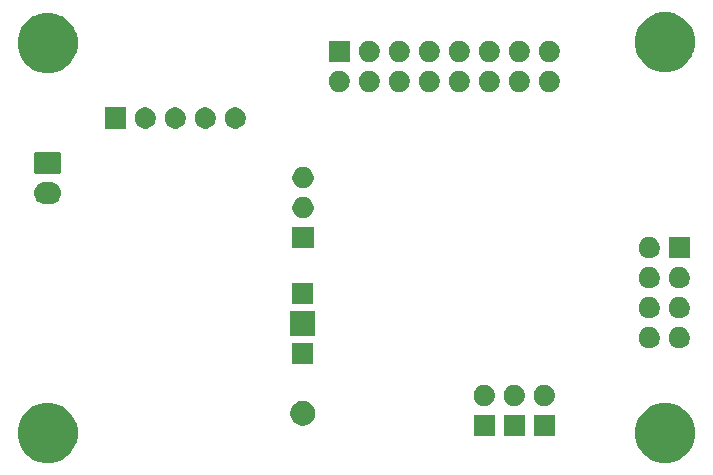
<source format=gbr>
G04 #@! TF.GenerationSoftware,KiCad,Pcbnew,5.1.6-c6e7f7d~86~ubuntu18.04.1*
G04 #@! TF.CreationDate,2020-06-27T17:17:55+01:00*
G04 #@! TF.ProjectId,Controller,436f6e74-726f-46c6-9c65-722e6b696361,rev?*
G04 #@! TF.SameCoordinates,Original*
G04 #@! TF.FileFunction,Soldermask,Bot*
G04 #@! TF.FilePolarity,Negative*
%FSLAX46Y46*%
G04 Gerber Fmt 4.6, Leading zero omitted, Abs format (unit mm)*
G04 Created by KiCad (PCBNEW 5.1.6-c6e7f7d~86~ubuntu18.04.1) date 2020-06-27 17:17:55*
%MOMM*%
%LPD*%
G01*
G04 APERTURE LIST*
%ADD10C,0.100000*%
G04 APERTURE END LIST*
D10*
G36*
X106154098Y-123277033D02*
G01*
X106618350Y-123469332D01*
X106618352Y-123469333D01*
X107036168Y-123748509D01*
X107391491Y-124103832D01*
X107670667Y-124521648D01*
X107670668Y-124521650D01*
X107862967Y-124985902D01*
X107961000Y-125478747D01*
X107961000Y-125981253D01*
X107862967Y-126474098D01*
X107670668Y-126938350D01*
X107670667Y-126938352D01*
X107391491Y-127356168D01*
X107036168Y-127711491D01*
X106618352Y-127990667D01*
X106618351Y-127990668D01*
X106618350Y-127990668D01*
X106154098Y-128182967D01*
X105661253Y-128281000D01*
X105158747Y-128281000D01*
X104665902Y-128182967D01*
X104201650Y-127990668D01*
X104201649Y-127990668D01*
X104201648Y-127990667D01*
X103783832Y-127711491D01*
X103428509Y-127356168D01*
X103149333Y-126938352D01*
X103149332Y-126938350D01*
X102957033Y-126474098D01*
X102859000Y-125981253D01*
X102859000Y-125478747D01*
X102957033Y-124985902D01*
X103149332Y-124521650D01*
X103149333Y-124521648D01*
X103428509Y-124103832D01*
X103783832Y-123748509D01*
X104201648Y-123469333D01*
X104201650Y-123469332D01*
X104665902Y-123277033D01*
X105158747Y-123179000D01*
X105661253Y-123179000D01*
X106154098Y-123277033D01*
G37*
G36*
X158427298Y-123277033D02*
G01*
X158891550Y-123469332D01*
X158891552Y-123469333D01*
X159309368Y-123748509D01*
X159664691Y-124103832D01*
X159943867Y-124521648D01*
X159943868Y-124521650D01*
X160136167Y-124985902D01*
X160234200Y-125478747D01*
X160234200Y-125981253D01*
X160136167Y-126474098D01*
X159943868Y-126938350D01*
X159943867Y-126938352D01*
X159664691Y-127356168D01*
X159309368Y-127711491D01*
X158891552Y-127990667D01*
X158891551Y-127990668D01*
X158891550Y-127990668D01*
X158427298Y-128182967D01*
X157934453Y-128281000D01*
X157431947Y-128281000D01*
X156939102Y-128182967D01*
X156474850Y-127990668D01*
X156474849Y-127990668D01*
X156474848Y-127990667D01*
X156057032Y-127711491D01*
X155701709Y-127356168D01*
X155422533Y-126938352D01*
X155422532Y-126938350D01*
X155230233Y-126474098D01*
X155132200Y-125981253D01*
X155132200Y-125478747D01*
X155230233Y-124985902D01*
X155422532Y-124521650D01*
X155422533Y-124521648D01*
X155701709Y-124103832D01*
X156057032Y-123748509D01*
X156474848Y-123469333D01*
X156474850Y-123469332D01*
X156939102Y-123277033D01*
X157431947Y-123179000D01*
X157934453Y-123179000D01*
X158427298Y-123277033D01*
G37*
G36*
X145808000Y-125996000D02*
G01*
X144006000Y-125996000D01*
X144006000Y-124194000D01*
X145808000Y-124194000D01*
X145808000Y-125996000D01*
G37*
G36*
X148348000Y-125996000D02*
G01*
X146546000Y-125996000D01*
X146546000Y-124194000D01*
X148348000Y-124194000D01*
X148348000Y-125996000D01*
G37*
G36*
X143268000Y-125996000D02*
G01*
X141466000Y-125996000D01*
X141466000Y-124194000D01*
X143268000Y-124194000D01*
X143268000Y-125996000D01*
G37*
G36*
X127306564Y-123048389D02*
G01*
X127497833Y-123127615D01*
X127497835Y-123127616D01*
X127669973Y-123242635D01*
X127816365Y-123389027D01*
X127931385Y-123561167D01*
X128010611Y-123752436D01*
X128051000Y-123955484D01*
X128051000Y-124162516D01*
X128010611Y-124365564D01*
X127945959Y-124521648D01*
X127931384Y-124556835D01*
X127816365Y-124728973D01*
X127669973Y-124875365D01*
X127497835Y-124990384D01*
X127497834Y-124990385D01*
X127497833Y-124990385D01*
X127306564Y-125069611D01*
X127103516Y-125110000D01*
X126896484Y-125110000D01*
X126693436Y-125069611D01*
X126502167Y-124990385D01*
X126502166Y-124990385D01*
X126502165Y-124990384D01*
X126330027Y-124875365D01*
X126183635Y-124728973D01*
X126068616Y-124556835D01*
X126054041Y-124521648D01*
X125989389Y-124365564D01*
X125949000Y-124162516D01*
X125949000Y-123955484D01*
X125989389Y-123752436D01*
X126068615Y-123561167D01*
X126183635Y-123389027D01*
X126330027Y-123242635D01*
X126502165Y-123127616D01*
X126502167Y-123127615D01*
X126693436Y-123048389D01*
X126896484Y-123008000D01*
X127103516Y-123008000D01*
X127306564Y-123048389D01*
G37*
G36*
X145020512Y-121658927D02*
G01*
X145169812Y-121688624D01*
X145333784Y-121756544D01*
X145481354Y-121855147D01*
X145606853Y-121980646D01*
X145705456Y-122128216D01*
X145773376Y-122292188D01*
X145808000Y-122466259D01*
X145808000Y-122643741D01*
X145773376Y-122817812D01*
X145705456Y-122981784D01*
X145606853Y-123129354D01*
X145481354Y-123254853D01*
X145333784Y-123353456D01*
X145169812Y-123421376D01*
X145020512Y-123451073D01*
X144995742Y-123456000D01*
X144818258Y-123456000D01*
X144793488Y-123451073D01*
X144644188Y-123421376D01*
X144480216Y-123353456D01*
X144332646Y-123254853D01*
X144207147Y-123129354D01*
X144108544Y-122981784D01*
X144040624Y-122817812D01*
X144006000Y-122643741D01*
X144006000Y-122466259D01*
X144040624Y-122292188D01*
X144108544Y-122128216D01*
X144207147Y-121980646D01*
X144332646Y-121855147D01*
X144480216Y-121756544D01*
X144644188Y-121688624D01*
X144793488Y-121658927D01*
X144818258Y-121654000D01*
X144995742Y-121654000D01*
X145020512Y-121658927D01*
G37*
G36*
X147560512Y-121658927D02*
G01*
X147709812Y-121688624D01*
X147873784Y-121756544D01*
X148021354Y-121855147D01*
X148146853Y-121980646D01*
X148245456Y-122128216D01*
X148313376Y-122292188D01*
X148348000Y-122466259D01*
X148348000Y-122643741D01*
X148313376Y-122817812D01*
X148245456Y-122981784D01*
X148146853Y-123129354D01*
X148021354Y-123254853D01*
X147873784Y-123353456D01*
X147709812Y-123421376D01*
X147560512Y-123451073D01*
X147535742Y-123456000D01*
X147358258Y-123456000D01*
X147333488Y-123451073D01*
X147184188Y-123421376D01*
X147020216Y-123353456D01*
X146872646Y-123254853D01*
X146747147Y-123129354D01*
X146648544Y-122981784D01*
X146580624Y-122817812D01*
X146546000Y-122643741D01*
X146546000Y-122466259D01*
X146580624Y-122292188D01*
X146648544Y-122128216D01*
X146747147Y-121980646D01*
X146872646Y-121855147D01*
X147020216Y-121756544D01*
X147184188Y-121688624D01*
X147333488Y-121658927D01*
X147358258Y-121654000D01*
X147535742Y-121654000D01*
X147560512Y-121658927D01*
G37*
G36*
X142480512Y-121658927D02*
G01*
X142629812Y-121688624D01*
X142793784Y-121756544D01*
X142941354Y-121855147D01*
X143066853Y-121980646D01*
X143165456Y-122128216D01*
X143233376Y-122292188D01*
X143268000Y-122466259D01*
X143268000Y-122643741D01*
X143233376Y-122817812D01*
X143165456Y-122981784D01*
X143066853Y-123129354D01*
X142941354Y-123254853D01*
X142793784Y-123353456D01*
X142629812Y-123421376D01*
X142480512Y-123451073D01*
X142455742Y-123456000D01*
X142278258Y-123456000D01*
X142253488Y-123451073D01*
X142104188Y-123421376D01*
X141940216Y-123353456D01*
X141792646Y-123254853D01*
X141667147Y-123129354D01*
X141568544Y-122981784D01*
X141500624Y-122817812D01*
X141466000Y-122643741D01*
X141466000Y-122466259D01*
X141500624Y-122292188D01*
X141568544Y-122128216D01*
X141667147Y-121980646D01*
X141792646Y-121855147D01*
X141940216Y-121756544D01*
X142104188Y-121688624D01*
X142253488Y-121658927D01*
X142278258Y-121654000D01*
X142455742Y-121654000D01*
X142480512Y-121658927D01*
G37*
G36*
X127901000Y-119900000D02*
G01*
X126099000Y-119900000D01*
X126099000Y-118098000D01*
X127901000Y-118098000D01*
X127901000Y-119900000D01*
G37*
G36*
X156450512Y-116769427D02*
G01*
X156599812Y-116799124D01*
X156763784Y-116867044D01*
X156911354Y-116965647D01*
X157036853Y-117091146D01*
X157135456Y-117238716D01*
X157203376Y-117402688D01*
X157238000Y-117576759D01*
X157238000Y-117754241D01*
X157203376Y-117928312D01*
X157135456Y-118092284D01*
X157036853Y-118239854D01*
X156911354Y-118365353D01*
X156763784Y-118463956D01*
X156599812Y-118531876D01*
X156450512Y-118561573D01*
X156425742Y-118566500D01*
X156248258Y-118566500D01*
X156223488Y-118561573D01*
X156074188Y-118531876D01*
X155910216Y-118463956D01*
X155762646Y-118365353D01*
X155637147Y-118239854D01*
X155538544Y-118092284D01*
X155470624Y-117928312D01*
X155436000Y-117754241D01*
X155436000Y-117576759D01*
X155470624Y-117402688D01*
X155538544Y-117238716D01*
X155637147Y-117091146D01*
X155762646Y-116965647D01*
X155910216Y-116867044D01*
X156074188Y-116799124D01*
X156223488Y-116769427D01*
X156248258Y-116764500D01*
X156425742Y-116764500D01*
X156450512Y-116769427D01*
G37*
G36*
X158990512Y-116769427D02*
G01*
X159139812Y-116799124D01*
X159303784Y-116867044D01*
X159451354Y-116965647D01*
X159576853Y-117091146D01*
X159675456Y-117238716D01*
X159743376Y-117402688D01*
X159778000Y-117576759D01*
X159778000Y-117754241D01*
X159743376Y-117928312D01*
X159675456Y-118092284D01*
X159576853Y-118239854D01*
X159451354Y-118365353D01*
X159303784Y-118463956D01*
X159139812Y-118531876D01*
X158990512Y-118561573D01*
X158965742Y-118566500D01*
X158788258Y-118566500D01*
X158763488Y-118561573D01*
X158614188Y-118531876D01*
X158450216Y-118463956D01*
X158302646Y-118365353D01*
X158177147Y-118239854D01*
X158078544Y-118092284D01*
X158010624Y-117928312D01*
X157976000Y-117754241D01*
X157976000Y-117576759D01*
X158010624Y-117402688D01*
X158078544Y-117238716D01*
X158177147Y-117091146D01*
X158302646Y-116965647D01*
X158450216Y-116867044D01*
X158614188Y-116799124D01*
X158763488Y-116769427D01*
X158788258Y-116764500D01*
X158965742Y-116764500D01*
X158990512Y-116769427D01*
G37*
G36*
X128051000Y-117510000D02*
G01*
X125949000Y-117510000D01*
X125949000Y-115408000D01*
X128051000Y-115408000D01*
X128051000Y-117510000D01*
G37*
G36*
X156450512Y-114229427D02*
G01*
X156599812Y-114259124D01*
X156763784Y-114327044D01*
X156911354Y-114425647D01*
X157036853Y-114551146D01*
X157135456Y-114698716D01*
X157203376Y-114862688D01*
X157238000Y-115036759D01*
X157238000Y-115214241D01*
X157203376Y-115388312D01*
X157135456Y-115552284D01*
X157036853Y-115699854D01*
X156911354Y-115825353D01*
X156763784Y-115923956D01*
X156599812Y-115991876D01*
X156450512Y-116021573D01*
X156425742Y-116026500D01*
X156248258Y-116026500D01*
X156223488Y-116021573D01*
X156074188Y-115991876D01*
X155910216Y-115923956D01*
X155762646Y-115825353D01*
X155637147Y-115699854D01*
X155538544Y-115552284D01*
X155470624Y-115388312D01*
X155436000Y-115214241D01*
X155436000Y-115036759D01*
X155470624Y-114862688D01*
X155538544Y-114698716D01*
X155637147Y-114551146D01*
X155762646Y-114425647D01*
X155910216Y-114327044D01*
X156074188Y-114259124D01*
X156223488Y-114229427D01*
X156248258Y-114224500D01*
X156425742Y-114224500D01*
X156450512Y-114229427D01*
G37*
G36*
X158990512Y-114229427D02*
G01*
X159139812Y-114259124D01*
X159303784Y-114327044D01*
X159451354Y-114425647D01*
X159576853Y-114551146D01*
X159675456Y-114698716D01*
X159743376Y-114862688D01*
X159778000Y-115036759D01*
X159778000Y-115214241D01*
X159743376Y-115388312D01*
X159675456Y-115552284D01*
X159576853Y-115699854D01*
X159451354Y-115825353D01*
X159303784Y-115923956D01*
X159139812Y-115991876D01*
X158990512Y-116021573D01*
X158965742Y-116026500D01*
X158788258Y-116026500D01*
X158763488Y-116021573D01*
X158614188Y-115991876D01*
X158450216Y-115923956D01*
X158302646Y-115825353D01*
X158177147Y-115699854D01*
X158078544Y-115552284D01*
X158010624Y-115388312D01*
X157976000Y-115214241D01*
X157976000Y-115036759D01*
X158010624Y-114862688D01*
X158078544Y-114698716D01*
X158177147Y-114551146D01*
X158302646Y-114425647D01*
X158450216Y-114327044D01*
X158614188Y-114259124D01*
X158763488Y-114229427D01*
X158788258Y-114224500D01*
X158965742Y-114224500D01*
X158990512Y-114229427D01*
G37*
G36*
X127901000Y-114820000D02*
G01*
X126099000Y-114820000D01*
X126099000Y-113018000D01*
X127901000Y-113018000D01*
X127901000Y-114820000D01*
G37*
G36*
X158990512Y-111689427D02*
G01*
X159139812Y-111719124D01*
X159303784Y-111787044D01*
X159451354Y-111885647D01*
X159576853Y-112011146D01*
X159675456Y-112158716D01*
X159743376Y-112322688D01*
X159778000Y-112496759D01*
X159778000Y-112674241D01*
X159743376Y-112848312D01*
X159675456Y-113012284D01*
X159576853Y-113159854D01*
X159451354Y-113285353D01*
X159303784Y-113383956D01*
X159139812Y-113451876D01*
X158990512Y-113481573D01*
X158965742Y-113486500D01*
X158788258Y-113486500D01*
X158763488Y-113481573D01*
X158614188Y-113451876D01*
X158450216Y-113383956D01*
X158302646Y-113285353D01*
X158177147Y-113159854D01*
X158078544Y-113012284D01*
X158010624Y-112848312D01*
X157976000Y-112674241D01*
X157976000Y-112496759D01*
X158010624Y-112322688D01*
X158078544Y-112158716D01*
X158177147Y-112011146D01*
X158302646Y-111885647D01*
X158450216Y-111787044D01*
X158614188Y-111719124D01*
X158763488Y-111689427D01*
X158788258Y-111684500D01*
X158965742Y-111684500D01*
X158990512Y-111689427D01*
G37*
G36*
X156450512Y-111689427D02*
G01*
X156599812Y-111719124D01*
X156763784Y-111787044D01*
X156911354Y-111885647D01*
X157036853Y-112011146D01*
X157135456Y-112158716D01*
X157203376Y-112322688D01*
X157238000Y-112496759D01*
X157238000Y-112674241D01*
X157203376Y-112848312D01*
X157135456Y-113012284D01*
X157036853Y-113159854D01*
X156911354Y-113285353D01*
X156763784Y-113383956D01*
X156599812Y-113451876D01*
X156450512Y-113481573D01*
X156425742Y-113486500D01*
X156248258Y-113486500D01*
X156223488Y-113481573D01*
X156074188Y-113451876D01*
X155910216Y-113383956D01*
X155762646Y-113285353D01*
X155637147Y-113159854D01*
X155538544Y-113012284D01*
X155470624Y-112848312D01*
X155436000Y-112674241D01*
X155436000Y-112496759D01*
X155470624Y-112322688D01*
X155538544Y-112158716D01*
X155637147Y-112011146D01*
X155762646Y-111885647D01*
X155910216Y-111787044D01*
X156074188Y-111719124D01*
X156223488Y-111689427D01*
X156248258Y-111684500D01*
X156425742Y-111684500D01*
X156450512Y-111689427D01*
G37*
G36*
X159778000Y-110946500D02*
G01*
X157976000Y-110946500D01*
X157976000Y-109144500D01*
X159778000Y-109144500D01*
X159778000Y-110946500D01*
G37*
G36*
X156450512Y-109149427D02*
G01*
X156599812Y-109179124D01*
X156763784Y-109247044D01*
X156911354Y-109345647D01*
X157036853Y-109471146D01*
X157135456Y-109618716D01*
X157203376Y-109782688D01*
X157238000Y-109956759D01*
X157238000Y-110134241D01*
X157203376Y-110308312D01*
X157135456Y-110472284D01*
X157036853Y-110619854D01*
X156911354Y-110745353D01*
X156763784Y-110843956D01*
X156599812Y-110911876D01*
X156450512Y-110941573D01*
X156425742Y-110946500D01*
X156248258Y-110946500D01*
X156223488Y-110941573D01*
X156074188Y-110911876D01*
X155910216Y-110843956D01*
X155762646Y-110745353D01*
X155637147Y-110619854D01*
X155538544Y-110472284D01*
X155470624Y-110308312D01*
X155436000Y-110134241D01*
X155436000Y-109956759D01*
X155470624Y-109782688D01*
X155538544Y-109618716D01*
X155637147Y-109471146D01*
X155762646Y-109345647D01*
X155910216Y-109247044D01*
X156074188Y-109179124D01*
X156223488Y-109149427D01*
X156248258Y-109144500D01*
X156425742Y-109144500D01*
X156450512Y-109149427D01*
G37*
G36*
X127926400Y-110095600D02*
G01*
X126124400Y-110095600D01*
X126124400Y-108293600D01*
X127926400Y-108293600D01*
X127926400Y-110095600D01*
G37*
G36*
X127138912Y-105758527D02*
G01*
X127288212Y-105788224D01*
X127452184Y-105856144D01*
X127599754Y-105954747D01*
X127725253Y-106080246D01*
X127823856Y-106227816D01*
X127891776Y-106391788D01*
X127926400Y-106565859D01*
X127926400Y-106743341D01*
X127891776Y-106917412D01*
X127823856Y-107081384D01*
X127725253Y-107228954D01*
X127599754Y-107354453D01*
X127452184Y-107453056D01*
X127288212Y-107520976D01*
X127138912Y-107550673D01*
X127114142Y-107555600D01*
X126936658Y-107555600D01*
X126911888Y-107550673D01*
X126762588Y-107520976D01*
X126598616Y-107453056D01*
X126451046Y-107354453D01*
X126325547Y-107228954D01*
X126226944Y-107081384D01*
X126159024Y-106917412D01*
X126124400Y-106743341D01*
X126124400Y-106565859D01*
X126159024Y-106391788D01*
X126226944Y-106227816D01*
X126325547Y-106080246D01*
X126451046Y-105954747D01*
X126598616Y-105856144D01*
X126762588Y-105788224D01*
X126911888Y-105758527D01*
X126936658Y-105753600D01*
X127114142Y-105753600D01*
X127138912Y-105758527D01*
G37*
G36*
X105725345Y-104493442D02*
G01*
X105815548Y-104502326D01*
X105989157Y-104554990D01*
X106149156Y-104640511D01*
X106192729Y-104676271D01*
X106289397Y-104755603D01*
X106337692Y-104814452D01*
X106404489Y-104895844D01*
X106490010Y-105055843D01*
X106542674Y-105229452D01*
X106560456Y-105410000D01*
X106542674Y-105590548D01*
X106490010Y-105764157D01*
X106404489Y-105924156D01*
X106368729Y-105967729D01*
X106289397Y-106064397D01*
X106192729Y-106143729D01*
X106149156Y-106179489D01*
X105989157Y-106265010D01*
X105815548Y-106317674D01*
X105725345Y-106326558D01*
X105680245Y-106331000D01*
X105139755Y-106331000D01*
X105094655Y-106326558D01*
X105004452Y-106317674D01*
X104830843Y-106265010D01*
X104670844Y-106179489D01*
X104627271Y-106143729D01*
X104530603Y-106064397D01*
X104451271Y-105967729D01*
X104415511Y-105924156D01*
X104329990Y-105764157D01*
X104277326Y-105590548D01*
X104259544Y-105410000D01*
X104277326Y-105229452D01*
X104329990Y-105055843D01*
X104415511Y-104895844D01*
X104482308Y-104814452D01*
X104530603Y-104755603D01*
X104627271Y-104676271D01*
X104670844Y-104640511D01*
X104830843Y-104554990D01*
X105004452Y-104502326D01*
X105094655Y-104493442D01*
X105139755Y-104489000D01*
X105680245Y-104489000D01*
X105725345Y-104493442D01*
G37*
G36*
X127138912Y-103218527D02*
G01*
X127288212Y-103248224D01*
X127452184Y-103316144D01*
X127599754Y-103414747D01*
X127725253Y-103540246D01*
X127823856Y-103687816D01*
X127891776Y-103851788D01*
X127926400Y-104025859D01*
X127926400Y-104203341D01*
X127891776Y-104377412D01*
X127823856Y-104541384D01*
X127725253Y-104688954D01*
X127599754Y-104814453D01*
X127452184Y-104913056D01*
X127288212Y-104980976D01*
X127138912Y-105010673D01*
X127114142Y-105015600D01*
X126936658Y-105015600D01*
X126911888Y-105010673D01*
X126762588Y-104980976D01*
X126598616Y-104913056D01*
X126451046Y-104814453D01*
X126325547Y-104688954D01*
X126226944Y-104541384D01*
X126159024Y-104377412D01*
X126124400Y-104203341D01*
X126124400Y-104025859D01*
X126159024Y-103851788D01*
X126226944Y-103687816D01*
X126325547Y-103540246D01*
X126451046Y-103414747D01*
X126598616Y-103316144D01*
X126762588Y-103248224D01*
X126911888Y-103218527D01*
X126936658Y-103213600D01*
X127114142Y-103213600D01*
X127138912Y-103218527D01*
G37*
G36*
X106414561Y-101952966D02*
G01*
X106447383Y-101962923D01*
X106477632Y-101979092D01*
X106504148Y-102000852D01*
X106525908Y-102027368D01*
X106542077Y-102057617D01*
X106552034Y-102090439D01*
X106556000Y-102130713D01*
X106556000Y-103609287D01*
X106552034Y-103649561D01*
X106542077Y-103682383D01*
X106525908Y-103712632D01*
X106504148Y-103739148D01*
X106477632Y-103760908D01*
X106447383Y-103777077D01*
X106414561Y-103787034D01*
X106374287Y-103791000D01*
X104445713Y-103791000D01*
X104405439Y-103787034D01*
X104372617Y-103777077D01*
X104342368Y-103760908D01*
X104315852Y-103739148D01*
X104294092Y-103712632D01*
X104277923Y-103682383D01*
X104267966Y-103649561D01*
X104264000Y-103609287D01*
X104264000Y-102130713D01*
X104267966Y-102090439D01*
X104277923Y-102057617D01*
X104294092Y-102027368D01*
X104315852Y-102000852D01*
X104342368Y-101979092D01*
X104372617Y-101962923D01*
X104405439Y-101952966D01*
X104445713Y-101949000D01*
X106374287Y-101949000D01*
X106414561Y-101952966D01*
G37*
G36*
X113778512Y-98163927D02*
G01*
X113927812Y-98193624D01*
X114091784Y-98261544D01*
X114239354Y-98360147D01*
X114364853Y-98485646D01*
X114463456Y-98633216D01*
X114531376Y-98797188D01*
X114566000Y-98971259D01*
X114566000Y-99148741D01*
X114531376Y-99322812D01*
X114463456Y-99486784D01*
X114364853Y-99634354D01*
X114239354Y-99759853D01*
X114091784Y-99858456D01*
X113927812Y-99926376D01*
X113778512Y-99956073D01*
X113753742Y-99961000D01*
X113576258Y-99961000D01*
X113551488Y-99956073D01*
X113402188Y-99926376D01*
X113238216Y-99858456D01*
X113090646Y-99759853D01*
X112965147Y-99634354D01*
X112866544Y-99486784D01*
X112798624Y-99322812D01*
X112764000Y-99148741D01*
X112764000Y-98971259D01*
X112798624Y-98797188D01*
X112866544Y-98633216D01*
X112965147Y-98485646D01*
X113090646Y-98360147D01*
X113238216Y-98261544D01*
X113402188Y-98193624D01*
X113551488Y-98163927D01*
X113576258Y-98159000D01*
X113753742Y-98159000D01*
X113778512Y-98163927D01*
G37*
G36*
X116318512Y-98163927D02*
G01*
X116467812Y-98193624D01*
X116631784Y-98261544D01*
X116779354Y-98360147D01*
X116904853Y-98485646D01*
X117003456Y-98633216D01*
X117071376Y-98797188D01*
X117106000Y-98971259D01*
X117106000Y-99148741D01*
X117071376Y-99322812D01*
X117003456Y-99486784D01*
X116904853Y-99634354D01*
X116779354Y-99759853D01*
X116631784Y-99858456D01*
X116467812Y-99926376D01*
X116318512Y-99956073D01*
X116293742Y-99961000D01*
X116116258Y-99961000D01*
X116091488Y-99956073D01*
X115942188Y-99926376D01*
X115778216Y-99858456D01*
X115630646Y-99759853D01*
X115505147Y-99634354D01*
X115406544Y-99486784D01*
X115338624Y-99322812D01*
X115304000Y-99148741D01*
X115304000Y-98971259D01*
X115338624Y-98797188D01*
X115406544Y-98633216D01*
X115505147Y-98485646D01*
X115630646Y-98360147D01*
X115778216Y-98261544D01*
X115942188Y-98193624D01*
X116091488Y-98163927D01*
X116116258Y-98159000D01*
X116293742Y-98159000D01*
X116318512Y-98163927D01*
G37*
G36*
X121398512Y-98163927D02*
G01*
X121547812Y-98193624D01*
X121711784Y-98261544D01*
X121859354Y-98360147D01*
X121984853Y-98485646D01*
X122083456Y-98633216D01*
X122151376Y-98797188D01*
X122186000Y-98971259D01*
X122186000Y-99148741D01*
X122151376Y-99322812D01*
X122083456Y-99486784D01*
X121984853Y-99634354D01*
X121859354Y-99759853D01*
X121711784Y-99858456D01*
X121547812Y-99926376D01*
X121398512Y-99956073D01*
X121373742Y-99961000D01*
X121196258Y-99961000D01*
X121171488Y-99956073D01*
X121022188Y-99926376D01*
X120858216Y-99858456D01*
X120710646Y-99759853D01*
X120585147Y-99634354D01*
X120486544Y-99486784D01*
X120418624Y-99322812D01*
X120384000Y-99148741D01*
X120384000Y-98971259D01*
X120418624Y-98797188D01*
X120486544Y-98633216D01*
X120585147Y-98485646D01*
X120710646Y-98360147D01*
X120858216Y-98261544D01*
X121022188Y-98193624D01*
X121171488Y-98163927D01*
X121196258Y-98159000D01*
X121373742Y-98159000D01*
X121398512Y-98163927D01*
G37*
G36*
X118858512Y-98163927D02*
G01*
X119007812Y-98193624D01*
X119171784Y-98261544D01*
X119319354Y-98360147D01*
X119444853Y-98485646D01*
X119543456Y-98633216D01*
X119611376Y-98797188D01*
X119646000Y-98971259D01*
X119646000Y-99148741D01*
X119611376Y-99322812D01*
X119543456Y-99486784D01*
X119444853Y-99634354D01*
X119319354Y-99759853D01*
X119171784Y-99858456D01*
X119007812Y-99926376D01*
X118858512Y-99956073D01*
X118833742Y-99961000D01*
X118656258Y-99961000D01*
X118631488Y-99956073D01*
X118482188Y-99926376D01*
X118318216Y-99858456D01*
X118170646Y-99759853D01*
X118045147Y-99634354D01*
X117946544Y-99486784D01*
X117878624Y-99322812D01*
X117844000Y-99148741D01*
X117844000Y-98971259D01*
X117878624Y-98797188D01*
X117946544Y-98633216D01*
X118045147Y-98485646D01*
X118170646Y-98360147D01*
X118318216Y-98261544D01*
X118482188Y-98193624D01*
X118631488Y-98163927D01*
X118656258Y-98159000D01*
X118833742Y-98159000D01*
X118858512Y-98163927D01*
G37*
G36*
X112026000Y-99961000D02*
G01*
X110224000Y-99961000D01*
X110224000Y-98159000D01*
X112026000Y-98159000D01*
X112026000Y-99961000D01*
G37*
G36*
X132739612Y-95065127D02*
G01*
X132888912Y-95094824D01*
X133052884Y-95162744D01*
X133200454Y-95261347D01*
X133325953Y-95386846D01*
X133424556Y-95534416D01*
X133492476Y-95698388D01*
X133527100Y-95872459D01*
X133527100Y-96049941D01*
X133492476Y-96224012D01*
X133424556Y-96387984D01*
X133325953Y-96535554D01*
X133200454Y-96661053D01*
X133052884Y-96759656D01*
X132888912Y-96827576D01*
X132739612Y-96857273D01*
X132714842Y-96862200D01*
X132537358Y-96862200D01*
X132512588Y-96857273D01*
X132363288Y-96827576D01*
X132199316Y-96759656D01*
X132051746Y-96661053D01*
X131926247Y-96535554D01*
X131827644Y-96387984D01*
X131759724Y-96224012D01*
X131725100Y-96049941D01*
X131725100Y-95872459D01*
X131759724Y-95698388D01*
X131827644Y-95534416D01*
X131926247Y-95386846D01*
X132051746Y-95261347D01*
X132199316Y-95162744D01*
X132363288Y-95094824D01*
X132512588Y-95065127D01*
X132537358Y-95060200D01*
X132714842Y-95060200D01*
X132739612Y-95065127D01*
G37*
G36*
X130199612Y-95065127D02*
G01*
X130348912Y-95094824D01*
X130512884Y-95162744D01*
X130660454Y-95261347D01*
X130785953Y-95386846D01*
X130884556Y-95534416D01*
X130952476Y-95698388D01*
X130987100Y-95872459D01*
X130987100Y-96049941D01*
X130952476Y-96224012D01*
X130884556Y-96387984D01*
X130785953Y-96535554D01*
X130660454Y-96661053D01*
X130512884Y-96759656D01*
X130348912Y-96827576D01*
X130199612Y-96857273D01*
X130174842Y-96862200D01*
X129997358Y-96862200D01*
X129972588Y-96857273D01*
X129823288Y-96827576D01*
X129659316Y-96759656D01*
X129511746Y-96661053D01*
X129386247Y-96535554D01*
X129287644Y-96387984D01*
X129219724Y-96224012D01*
X129185100Y-96049941D01*
X129185100Y-95872459D01*
X129219724Y-95698388D01*
X129287644Y-95534416D01*
X129386247Y-95386846D01*
X129511746Y-95261347D01*
X129659316Y-95162744D01*
X129823288Y-95094824D01*
X129972588Y-95065127D01*
X129997358Y-95060200D01*
X130174842Y-95060200D01*
X130199612Y-95065127D01*
G37*
G36*
X135279612Y-95065127D02*
G01*
X135428912Y-95094824D01*
X135592884Y-95162744D01*
X135740454Y-95261347D01*
X135865953Y-95386846D01*
X135964556Y-95534416D01*
X136032476Y-95698388D01*
X136067100Y-95872459D01*
X136067100Y-96049941D01*
X136032476Y-96224012D01*
X135964556Y-96387984D01*
X135865953Y-96535554D01*
X135740454Y-96661053D01*
X135592884Y-96759656D01*
X135428912Y-96827576D01*
X135279612Y-96857273D01*
X135254842Y-96862200D01*
X135077358Y-96862200D01*
X135052588Y-96857273D01*
X134903288Y-96827576D01*
X134739316Y-96759656D01*
X134591746Y-96661053D01*
X134466247Y-96535554D01*
X134367644Y-96387984D01*
X134299724Y-96224012D01*
X134265100Y-96049941D01*
X134265100Y-95872459D01*
X134299724Y-95698388D01*
X134367644Y-95534416D01*
X134466247Y-95386846D01*
X134591746Y-95261347D01*
X134739316Y-95162744D01*
X134903288Y-95094824D01*
X135052588Y-95065127D01*
X135077358Y-95060200D01*
X135254842Y-95060200D01*
X135279612Y-95065127D01*
G37*
G36*
X137819612Y-95065127D02*
G01*
X137968912Y-95094824D01*
X138132884Y-95162744D01*
X138280454Y-95261347D01*
X138405953Y-95386846D01*
X138504556Y-95534416D01*
X138572476Y-95698388D01*
X138607100Y-95872459D01*
X138607100Y-96049941D01*
X138572476Y-96224012D01*
X138504556Y-96387984D01*
X138405953Y-96535554D01*
X138280454Y-96661053D01*
X138132884Y-96759656D01*
X137968912Y-96827576D01*
X137819612Y-96857273D01*
X137794842Y-96862200D01*
X137617358Y-96862200D01*
X137592588Y-96857273D01*
X137443288Y-96827576D01*
X137279316Y-96759656D01*
X137131746Y-96661053D01*
X137006247Y-96535554D01*
X136907644Y-96387984D01*
X136839724Y-96224012D01*
X136805100Y-96049941D01*
X136805100Y-95872459D01*
X136839724Y-95698388D01*
X136907644Y-95534416D01*
X137006247Y-95386846D01*
X137131746Y-95261347D01*
X137279316Y-95162744D01*
X137443288Y-95094824D01*
X137592588Y-95065127D01*
X137617358Y-95060200D01*
X137794842Y-95060200D01*
X137819612Y-95065127D01*
G37*
G36*
X140359612Y-95065127D02*
G01*
X140508912Y-95094824D01*
X140672884Y-95162744D01*
X140820454Y-95261347D01*
X140945953Y-95386846D01*
X141044556Y-95534416D01*
X141112476Y-95698388D01*
X141147100Y-95872459D01*
X141147100Y-96049941D01*
X141112476Y-96224012D01*
X141044556Y-96387984D01*
X140945953Y-96535554D01*
X140820454Y-96661053D01*
X140672884Y-96759656D01*
X140508912Y-96827576D01*
X140359612Y-96857273D01*
X140334842Y-96862200D01*
X140157358Y-96862200D01*
X140132588Y-96857273D01*
X139983288Y-96827576D01*
X139819316Y-96759656D01*
X139671746Y-96661053D01*
X139546247Y-96535554D01*
X139447644Y-96387984D01*
X139379724Y-96224012D01*
X139345100Y-96049941D01*
X139345100Y-95872459D01*
X139379724Y-95698388D01*
X139447644Y-95534416D01*
X139546247Y-95386846D01*
X139671746Y-95261347D01*
X139819316Y-95162744D01*
X139983288Y-95094824D01*
X140132588Y-95065127D01*
X140157358Y-95060200D01*
X140334842Y-95060200D01*
X140359612Y-95065127D01*
G37*
G36*
X145439612Y-95065127D02*
G01*
X145588912Y-95094824D01*
X145752884Y-95162744D01*
X145900454Y-95261347D01*
X146025953Y-95386846D01*
X146124556Y-95534416D01*
X146192476Y-95698388D01*
X146227100Y-95872459D01*
X146227100Y-96049941D01*
X146192476Y-96224012D01*
X146124556Y-96387984D01*
X146025953Y-96535554D01*
X145900454Y-96661053D01*
X145752884Y-96759656D01*
X145588912Y-96827576D01*
X145439612Y-96857273D01*
X145414842Y-96862200D01*
X145237358Y-96862200D01*
X145212588Y-96857273D01*
X145063288Y-96827576D01*
X144899316Y-96759656D01*
X144751746Y-96661053D01*
X144626247Y-96535554D01*
X144527644Y-96387984D01*
X144459724Y-96224012D01*
X144425100Y-96049941D01*
X144425100Y-95872459D01*
X144459724Y-95698388D01*
X144527644Y-95534416D01*
X144626247Y-95386846D01*
X144751746Y-95261347D01*
X144899316Y-95162744D01*
X145063288Y-95094824D01*
X145212588Y-95065127D01*
X145237358Y-95060200D01*
X145414842Y-95060200D01*
X145439612Y-95065127D01*
G37*
G36*
X147979612Y-95065127D02*
G01*
X148128912Y-95094824D01*
X148292884Y-95162744D01*
X148440454Y-95261347D01*
X148565953Y-95386846D01*
X148664556Y-95534416D01*
X148732476Y-95698388D01*
X148767100Y-95872459D01*
X148767100Y-96049941D01*
X148732476Y-96224012D01*
X148664556Y-96387984D01*
X148565953Y-96535554D01*
X148440454Y-96661053D01*
X148292884Y-96759656D01*
X148128912Y-96827576D01*
X147979612Y-96857273D01*
X147954842Y-96862200D01*
X147777358Y-96862200D01*
X147752588Y-96857273D01*
X147603288Y-96827576D01*
X147439316Y-96759656D01*
X147291746Y-96661053D01*
X147166247Y-96535554D01*
X147067644Y-96387984D01*
X146999724Y-96224012D01*
X146965100Y-96049941D01*
X146965100Y-95872459D01*
X146999724Y-95698388D01*
X147067644Y-95534416D01*
X147166247Y-95386846D01*
X147291746Y-95261347D01*
X147439316Y-95162744D01*
X147603288Y-95094824D01*
X147752588Y-95065127D01*
X147777358Y-95060200D01*
X147954842Y-95060200D01*
X147979612Y-95065127D01*
G37*
G36*
X142899612Y-95065127D02*
G01*
X143048912Y-95094824D01*
X143212884Y-95162744D01*
X143360454Y-95261347D01*
X143485953Y-95386846D01*
X143584556Y-95534416D01*
X143652476Y-95698388D01*
X143687100Y-95872459D01*
X143687100Y-96049941D01*
X143652476Y-96224012D01*
X143584556Y-96387984D01*
X143485953Y-96535554D01*
X143360454Y-96661053D01*
X143212884Y-96759656D01*
X143048912Y-96827576D01*
X142899612Y-96857273D01*
X142874842Y-96862200D01*
X142697358Y-96862200D01*
X142672588Y-96857273D01*
X142523288Y-96827576D01*
X142359316Y-96759656D01*
X142211746Y-96661053D01*
X142086247Y-96535554D01*
X141987644Y-96387984D01*
X141919724Y-96224012D01*
X141885100Y-96049941D01*
X141885100Y-95872459D01*
X141919724Y-95698388D01*
X141987644Y-95534416D01*
X142086247Y-95386846D01*
X142211746Y-95261347D01*
X142359316Y-95162744D01*
X142523288Y-95094824D01*
X142672588Y-95065127D01*
X142697358Y-95060200D01*
X142874842Y-95060200D01*
X142899612Y-95065127D01*
G37*
G36*
X106154098Y-90257033D02*
G01*
X106465049Y-90385833D01*
X106618352Y-90449333D01*
X107036168Y-90728509D01*
X107391491Y-91083832D01*
X107628239Y-91438150D01*
X107670668Y-91501650D01*
X107862967Y-91965902D01*
X107961000Y-92458747D01*
X107961000Y-92961253D01*
X107862967Y-93454098D01*
X107670668Y-93918350D01*
X107670667Y-93918352D01*
X107391491Y-94336168D01*
X107036168Y-94691491D01*
X106618352Y-94970667D01*
X106618351Y-94970668D01*
X106618350Y-94970668D01*
X106154098Y-95162967D01*
X105661253Y-95261000D01*
X105158747Y-95261000D01*
X104665902Y-95162967D01*
X104201650Y-94970668D01*
X104201649Y-94970668D01*
X104201648Y-94970667D01*
X103783832Y-94691491D01*
X103428509Y-94336168D01*
X103149333Y-93918352D01*
X103149332Y-93918350D01*
X102957033Y-93454098D01*
X102859000Y-92961253D01*
X102859000Y-92458747D01*
X102957033Y-91965902D01*
X103149332Y-91501650D01*
X103191761Y-91438150D01*
X103428509Y-91083832D01*
X103783832Y-90728509D01*
X104201648Y-90449333D01*
X104354951Y-90385833D01*
X104665902Y-90257033D01*
X105158747Y-90159000D01*
X105661253Y-90159000D01*
X106154098Y-90257033D01*
G37*
G36*
X158414598Y-90193533D02*
G01*
X158878850Y-90385832D01*
X158878852Y-90385833D01*
X159296668Y-90665009D01*
X159651991Y-91020332D01*
X159931167Y-91438148D01*
X159931168Y-91438150D01*
X160123467Y-91902402D01*
X160221500Y-92395247D01*
X160221500Y-92897753D01*
X160123467Y-93390598D01*
X160001931Y-93684012D01*
X159931167Y-93854852D01*
X159651991Y-94272668D01*
X159296668Y-94627991D01*
X158878852Y-94907167D01*
X158878851Y-94907168D01*
X158878850Y-94907168D01*
X158414598Y-95099467D01*
X157921753Y-95197500D01*
X157419247Y-95197500D01*
X156926402Y-95099467D01*
X156462150Y-94907168D01*
X156462149Y-94907168D01*
X156462148Y-94907167D01*
X156044332Y-94627991D01*
X155689009Y-94272668D01*
X155409833Y-93854852D01*
X155339069Y-93684012D01*
X155217533Y-93390598D01*
X155119500Y-92897753D01*
X155119500Y-92395247D01*
X155217533Y-91902402D01*
X155409832Y-91438150D01*
X155409833Y-91438148D01*
X155689009Y-91020332D01*
X156044332Y-90665009D01*
X156462148Y-90385833D01*
X156462150Y-90385832D01*
X156926402Y-90193533D01*
X157419247Y-90095500D01*
X157921753Y-90095500D01*
X158414598Y-90193533D01*
G37*
G36*
X137819612Y-92525127D02*
G01*
X137968912Y-92554824D01*
X138132884Y-92622744D01*
X138280454Y-92721347D01*
X138405953Y-92846846D01*
X138504556Y-92994416D01*
X138572476Y-93158388D01*
X138607100Y-93332459D01*
X138607100Y-93509941D01*
X138572476Y-93684012D01*
X138504556Y-93847984D01*
X138405953Y-93995554D01*
X138280454Y-94121053D01*
X138132884Y-94219656D01*
X137968912Y-94287576D01*
X137819612Y-94317273D01*
X137794842Y-94322200D01*
X137617358Y-94322200D01*
X137592588Y-94317273D01*
X137443288Y-94287576D01*
X137279316Y-94219656D01*
X137131746Y-94121053D01*
X137006247Y-93995554D01*
X136907644Y-93847984D01*
X136839724Y-93684012D01*
X136805100Y-93509941D01*
X136805100Y-93332459D01*
X136839724Y-93158388D01*
X136907644Y-92994416D01*
X137006247Y-92846846D01*
X137131746Y-92721347D01*
X137279316Y-92622744D01*
X137443288Y-92554824D01*
X137592588Y-92525127D01*
X137617358Y-92520200D01*
X137794842Y-92520200D01*
X137819612Y-92525127D01*
G37*
G36*
X130987100Y-94322200D02*
G01*
X129185100Y-94322200D01*
X129185100Y-92520200D01*
X130987100Y-92520200D01*
X130987100Y-94322200D01*
G37*
G36*
X132739612Y-92525127D02*
G01*
X132888912Y-92554824D01*
X133052884Y-92622744D01*
X133200454Y-92721347D01*
X133325953Y-92846846D01*
X133424556Y-92994416D01*
X133492476Y-93158388D01*
X133527100Y-93332459D01*
X133527100Y-93509941D01*
X133492476Y-93684012D01*
X133424556Y-93847984D01*
X133325953Y-93995554D01*
X133200454Y-94121053D01*
X133052884Y-94219656D01*
X132888912Y-94287576D01*
X132739612Y-94317273D01*
X132714842Y-94322200D01*
X132537358Y-94322200D01*
X132512588Y-94317273D01*
X132363288Y-94287576D01*
X132199316Y-94219656D01*
X132051746Y-94121053D01*
X131926247Y-93995554D01*
X131827644Y-93847984D01*
X131759724Y-93684012D01*
X131725100Y-93509941D01*
X131725100Y-93332459D01*
X131759724Y-93158388D01*
X131827644Y-92994416D01*
X131926247Y-92846846D01*
X132051746Y-92721347D01*
X132199316Y-92622744D01*
X132363288Y-92554824D01*
X132512588Y-92525127D01*
X132537358Y-92520200D01*
X132714842Y-92520200D01*
X132739612Y-92525127D01*
G37*
G36*
X135279612Y-92525127D02*
G01*
X135428912Y-92554824D01*
X135592884Y-92622744D01*
X135740454Y-92721347D01*
X135865953Y-92846846D01*
X135964556Y-92994416D01*
X136032476Y-93158388D01*
X136067100Y-93332459D01*
X136067100Y-93509941D01*
X136032476Y-93684012D01*
X135964556Y-93847984D01*
X135865953Y-93995554D01*
X135740454Y-94121053D01*
X135592884Y-94219656D01*
X135428912Y-94287576D01*
X135279612Y-94317273D01*
X135254842Y-94322200D01*
X135077358Y-94322200D01*
X135052588Y-94317273D01*
X134903288Y-94287576D01*
X134739316Y-94219656D01*
X134591746Y-94121053D01*
X134466247Y-93995554D01*
X134367644Y-93847984D01*
X134299724Y-93684012D01*
X134265100Y-93509941D01*
X134265100Y-93332459D01*
X134299724Y-93158388D01*
X134367644Y-92994416D01*
X134466247Y-92846846D01*
X134591746Y-92721347D01*
X134739316Y-92622744D01*
X134903288Y-92554824D01*
X135052588Y-92525127D01*
X135077358Y-92520200D01*
X135254842Y-92520200D01*
X135279612Y-92525127D01*
G37*
G36*
X140359612Y-92525127D02*
G01*
X140508912Y-92554824D01*
X140672884Y-92622744D01*
X140820454Y-92721347D01*
X140945953Y-92846846D01*
X141044556Y-92994416D01*
X141112476Y-93158388D01*
X141147100Y-93332459D01*
X141147100Y-93509941D01*
X141112476Y-93684012D01*
X141044556Y-93847984D01*
X140945953Y-93995554D01*
X140820454Y-94121053D01*
X140672884Y-94219656D01*
X140508912Y-94287576D01*
X140359612Y-94317273D01*
X140334842Y-94322200D01*
X140157358Y-94322200D01*
X140132588Y-94317273D01*
X139983288Y-94287576D01*
X139819316Y-94219656D01*
X139671746Y-94121053D01*
X139546247Y-93995554D01*
X139447644Y-93847984D01*
X139379724Y-93684012D01*
X139345100Y-93509941D01*
X139345100Y-93332459D01*
X139379724Y-93158388D01*
X139447644Y-92994416D01*
X139546247Y-92846846D01*
X139671746Y-92721347D01*
X139819316Y-92622744D01*
X139983288Y-92554824D01*
X140132588Y-92525127D01*
X140157358Y-92520200D01*
X140334842Y-92520200D01*
X140359612Y-92525127D01*
G37*
G36*
X142899612Y-92525127D02*
G01*
X143048912Y-92554824D01*
X143212884Y-92622744D01*
X143360454Y-92721347D01*
X143485953Y-92846846D01*
X143584556Y-92994416D01*
X143652476Y-93158388D01*
X143687100Y-93332459D01*
X143687100Y-93509941D01*
X143652476Y-93684012D01*
X143584556Y-93847984D01*
X143485953Y-93995554D01*
X143360454Y-94121053D01*
X143212884Y-94219656D01*
X143048912Y-94287576D01*
X142899612Y-94317273D01*
X142874842Y-94322200D01*
X142697358Y-94322200D01*
X142672588Y-94317273D01*
X142523288Y-94287576D01*
X142359316Y-94219656D01*
X142211746Y-94121053D01*
X142086247Y-93995554D01*
X141987644Y-93847984D01*
X141919724Y-93684012D01*
X141885100Y-93509941D01*
X141885100Y-93332459D01*
X141919724Y-93158388D01*
X141987644Y-92994416D01*
X142086247Y-92846846D01*
X142211746Y-92721347D01*
X142359316Y-92622744D01*
X142523288Y-92554824D01*
X142672588Y-92525127D01*
X142697358Y-92520200D01*
X142874842Y-92520200D01*
X142899612Y-92525127D01*
G37*
G36*
X145439612Y-92525127D02*
G01*
X145588912Y-92554824D01*
X145752884Y-92622744D01*
X145900454Y-92721347D01*
X146025953Y-92846846D01*
X146124556Y-92994416D01*
X146192476Y-93158388D01*
X146227100Y-93332459D01*
X146227100Y-93509941D01*
X146192476Y-93684012D01*
X146124556Y-93847984D01*
X146025953Y-93995554D01*
X145900454Y-94121053D01*
X145752884Y-94219656D01*
X145588912Y-94287576D01*
X145439612Y-94317273D01*
X145414842Y-94322200D01*
X145237358Y-94322200D01*
X145212588Y-94317273D01*
X145063288Y-94287576D01*
X144899316Y-94219656D01*
X144751746Y-94121053D01*
X144626247Y-93995554D01*
X144527644Y-93847984D01*
X144459724Y-93684012D01*
X144425100Y-93509941D01*
X144425100Y-93332459D01*
X144459724Y-93158388D01*
X144527644Y-92994416D01*
X144626247Y-92846846D01*
X144751746Y-92721347D01*
X144899316Y-92622744D01*
X145063288Y-92554824D01*
X145212588Y-92525127D01*
X145237358Y-92520200D01*
X145414842Y-92520200D01*
X145439612Y-92525127D01*
G37*
G36*
X147979612Y-92525127D02*
G01*
X148128912Y-92554824D01*
X148292884Y-92622744D01*
X148440454Y-92721347D01*
X148565953Y-92846846D01*
X148664556Y-92994416D01*
X148732476Y-93158388D01*
X148767100Y-93332459D01*
X148767100Y-93509941D01*
X148732476Y-93684012D01*
X148664556Y-93847984D01*
X148565953Y-93995554D01*
X148440454Y-94121053D01*
X148292884Y-94219656D01*
X148128912Y-94287576D01*
X147979612Y-94317273D01*
X147954842Y-94322200D01*
X147777358Y-94322200D01*
X147752588Y-94317273D01*
X147603288Y-94287576D01*
X147439316Y-94219656D01*
X147291746Y-94121053D01*
X147166247Y-93995554D01*
X147067644Y-93847984D01*
X146999724Y-93684012D01*
X146965100Y-93509941D01*
X146965100Y-93332459D01*
X146999724Y-93158388D01*
X147067644Y-92994416D01*
X147166247Y-92846846D01*
X147291746Y-92721347D01*
X147439316Y-92622744D01*
X147603288Y-92554824D01*
X147752588Y-92525127D01*
X147777358Y-92520200D01*
X147954842Y-92520200D01*
X147979612Y-92525127D01*
G37*
M02*

</source>
